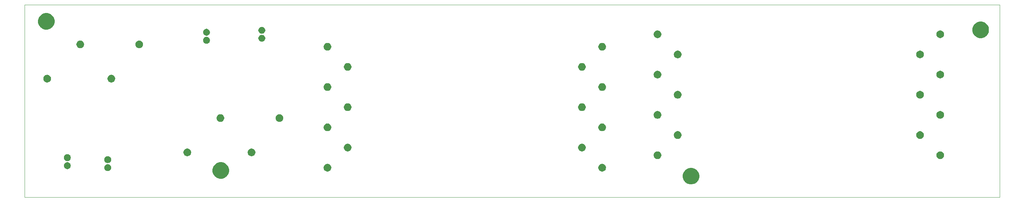
<source format=gbs>
G04 #@! TF.GenerationSoftware,KiCad,Pcbnew,(5.1.2)-2*
G04 #@! TF.CreationDate,2019-07-29T12:19:19-07:00*
G04 #@! TF.ProjectId,Pixel Connector Test Board,50697865-6c20-4436-9f6e-6e6563746f72,rev?*
G04 #@! TF.SameCoordinates,Original*
G04 #@! TF.FileFunction,Soldermask,Bot*
G04 #@! TF.FilePolarity,Negative*
%FSLAX46Y46*%
G04 Gerber Fmt 4.6, Leading zero omitted, Abs format (unit mm)*
G04 Created by KiCad (PCBNEW (5.1.2)-2) date 2019-07-29 12:19:19*
%MOMM*%
%LPD*%
G04 APERTURE LIST*
%ADD10C,0.050000*%
%ADD11C,0.100000*%
G04 APERTURE END LIST*
D10*
X253500000Y-59800000D02*
X227500000Y-59800000D01*
X54200000Y-59800000D02*
X227500000Y-59800000D01*
X253500000Y-12100000D02*
X253500000Y-59800000D01*
X54700000Y-12100000D02*
X253500000Y-12100000D01*
X12100000Y-36900000D02*
X12100000Y-59800000D01*
X12100000Y-12100000D02*
X54700000Y-12100000D01*
X12100000Y-59800000D02*
X54200000Y-59800000D01*
X12100000Y-12100000D02*
X12100000Y-36900000D01*
D11*
G36*
X177698254Y-52627818D02*
G01*
X178059365Y-52777395D01*
X178071513Y-52782427D01*
X178323001Y-52950466D01*
X178407436Y-53006884D01*
X178693116Y-53292564D01*
X178917574Y-53628489D01*
X179072182Y-54001746D01*
X179151000Y-54397993D01*
X179151000Y-54802007D01*
X179072182Y-55198254D01*
X178917574Y-55571511D01*
X178917573Y-55571513D01*
X178693116Y-55907436D01*
X178407436Y-56193116D01*
X178071513Y-56417573D01*
X178071512Y-56417574D01*
X178071511Y-56417574D01*
X177698254Y-56572182D01*
X177302007Y-56651000D01*
X176897993Y-56651000D01*
X176501746Y-56572182D01*
X176128489Y-56417574D01*
X176128488Y-56417574D01*
X176128487Y-56417573D01*
X175792564Y-56193116D01*
X175506884Y-55907436D01*
X175282427Y-55571513D01*
X175282426Y-55571511D01*
X175127818Y-55198254D01*
X175049000Y-54802007D01*
X175049000Y-54397993D01*
X175127818Y-54001746D01*
X175282426Y-53628489D01*
X175506884Y-53292564D01*
X175792564Y-53006884D01*
X175876999Y-52950466D01*
X176128487Y-52782427D01*
X176140635Y-52777395D01*
X176501746Y-52627818D01*
X176897993Y-52549000D01*
X177302007Y-52549000D01*
X177698254Y-52627818D01*
X177698254Y-52627818D01*
G37*
G36*
X61298254Y-51227818D02*
G01*
X61671511Y-51382426D01*
X61671513Y-51382427D01*
X62007436Y-51606884D01*
X62293116Y-51892564D01*
X62513643Y-52222605D01*
X62517574Y-52228489D01*
X62672182Y-52601746D01*
X62751000Y-52997993D01*
X62751000Y-53402007D01*
X62672182Y-53798254D01*
X62587893Y-54001745D01*
X62517573Y-54171513D01*
X62293116Y-54507436D01*
X62007436Y-54793116D01*
X61671513Y-55017573D01*
X61671512Y-55017574D01*
X61671511Y-55017574D01*
X61298254Y-55172182D01*
X60902007Y-55251000D01*
X60497993Y-55251000D01*
X60101746Y-55172182D01*
X59728489Y-55017574D01*
X59728488Y-55017574D01*
X59728487Y-55017573D01*
X59392564Y-54793116D01*
X59106884Y-54507436D01*
X58882427Y-54171513D01*
X58812107Y-54001745D01*
X58727818Y-53798254D01*
X58649000Y-53402007D01*
X58649000Y-52997993D01*
X58727818Y-52601746D01*
X58882426Y-52228489D01*
X58886358Y-52222605D01*
X59106884Y-51892564D01*
X59392564Y-51606884D01*
X59728487Y-51382427D01*
X59728489Y-51382426D01*
X60101746Y-51227818D01*
X60497993Y-51149000D01*
X60902007Y-51149000D01*
X61298254Y-51227818D01*
X61298254Y-51227818D01*
G37*
G36*
X155377395Y-51585546D02*
G01*
X155550466Y-51657234D01*
X155550467Y-51657235D01*
X155706227Y-51761310D01*
X155838690Y-51893773D01*
X155881284Y-51957520D01*
X155942766Y-52049534D01*
X156014454Y-52222605D01*
X156051000Y-52406333D01*
X156051000Y-52593667D01*
X156014454Y-52777395D01*
X155942766Y-52950466D01*
X155942765Y-52950467D01*
X155838690Y-53106227D01*
X155706227Y-53238690D01*
X155683092Y-53254148D01*
X155550466Y-53342766D01*
X155377395Y-53414454D01*
X155193667Y-53451000D01*
X155006333Y-53451000D01*
X154822605Y-53414454D01*
X154649534Y-53342766D01*
X154516908Y-53254148D01*
X154493773Y-53238690D01*
X154361310Y-53106227D01*
X154257235Y-52950467D01*
X154257234Y-52950466D01*
X154185546Y-52777395D01*
X154149000Y-52593667D01*
X154149000Y-52406333D01*
X154185546Y-52222605D01*
X154257234Y-52049534D01*
X154318716Y-51957520D01*
X154361310Y-51893773D01*
X154493773Y-51761310D01*
X154649533Y-51657235D01*
X154649534Y-51657234D01*
X154822605Y-51585546D01*
X155006333Y-51549000D01*
X155193667Y-51549000D01*
X155377395Y-51585546D01*
X155377395Y-51585546D01*
G37*
G36*
X87377395Y-51585546D02*
G01*
X87550466Y-51657234D01*
X87550467Y-51657235D01*
X87706227Y-51761310D01*
X87838690Y-51893773D01*
X87881284Y-51957520D01*
X87942766Y-52049534D01*
X88014454Y-52222605D01*
X88051000Y-52406333D01*
X88051000Y-52593667D01*
X88014454Y-52777395D01*
X87942766Y-52950466D01*
X87942765Y-52950467D01*
X87838690Y-53106227D01*
X87706227Y-53238690D01*
X87683092Y-53254148D01*
X87550466Y-53342766D01*
X87377395Y-53414454D01*
X87193667Y-53451000D01*
X87006333Y-53451000D01*
X86822605Y-53414454D01*
X86649534Y-53342766D01*
X86516908Y-53254148D01*
X86493773Y-53238690D01*
X86361310Y-53106227D01*
X86257235Y-52950467D01*
X86257234Y-52950466D01*
X86185546Y-52777395D01*
X86149000Y-52593667D01*
X86149000Y-52406333D01*
X86185546Y-52222605D01*
X86257234Y-52049534D01*
X86318716Y-51957520D01*
X86361310Y-51893773D01*
X86493773Y-51761310D01*
X86649533Y-51657235D01*
X86649534Y-51657234D01*
X86822605Y-51585546D01*
X87006333Y-51549000D01*
X87193667Y-51549000D01*
X87377395Y-51585546D01*
X87377395Y-51585546D01*
G37*
G36*
X32948228Y-51681703D02*
G01*
X33103100Y-51745853D01*
X33242481Y-51838985D01*
X33361015Y-51957519D01*
X33454147Y-52096900D01*
X33518297Y-52251772D01*
X33551000Y-52416184D01*
X33551000Y-52583816D01*
X33518297Y-52748228D01*
X33454147Y-52903100D01*
X33361015Y-53042481D01*
X33242481Y-53161015D01*
X33103100Y-53254147D01*
X32948228Y-53318297D01*
X32783816Y-53351000D01*
X32616184Y-53351000D01*
X32451772Y-53318297D01*
X32296900Y-53254147D01*
X32157519Y-53161015D01*
X32038985Y-53042481D01*
X31945853Y-52903100D01*
X31881703Y-52748228D01*
X31849000Y-52583816D01*
X31849000Y-52416184D01*
X31881703Y-52251772D01*
X31945853Y-52096900D01*
X32038985Y-51957519D01*
X32157519Y-51838985D01*
X32296900Y-51745853D01*
X32451772Y-51681703D01*
X32616184Y-51649000D01*
X32783816Y-51649000D01*
X32948228Y-51681703D01*
X32948228Y-51681703D01*
G37*
G36*
X22948228Y-51181703D02*
G01*
X23103100Y-51245853D01*
X23242481Y-51338985D01*
X23361015Y-51457519D01*
X23454147Y-51596900D01*
X23518297Y-51751772D01*
X23551000Y-51916184D01*
X23551000Y-52083816D01*
X23518297Y-52248228D01*
X23454147Y-52403100D01*
X23361015Y-52542481D01*
X23242481Y-52661015D01*
X23103100Y-52754147D01*
X22948228Y-52818297D01*
X22783816Y-52851000D01*
X22616184Y-52851000D01*
X22451772Y-52818297D01*
X22296900Y-52754147D01*
X22157519Y-52661015D01*
X22038985Y-52542481D01*
X21945853Y-52403100D01*
X21881703Y-52248228D01*
X21849000Y-52083816D01*
X21849000Y-51916184D01*
X21881703Y-51751772D01*
X21945853Y-51596900D01*
X22038985Y-51457519D01*
X22157519Y-51338985D01*
X22296900Y-51245853D01*
X22451772Y-51181703D01*
X22616184Y-51149000D01*
X22783816Y-51149000D01*
X22948228Y-51181703D01*
X22948228Y-51181703D01*
G37*
G36*
X32948228Y-49681703D02*
G01*
X33103100Y-49745853D01*
X33242481Y-49838985D01*
X33361015Y-49957519D01*
X33454147Y-50096900D01*
X33518297Y-50251772D01*
X33551000Y-50416184D01*
X33551000Y-50583816D01*
X33518297Y-50748228D01*
X33454147Y-50903100D01*
X33361015Y-51042481D01*
X33242481Y-51161015D01*
X33103100Y-51254147D01*
X32948228Y-51318297D01*
X32783816Y-51351000D01*
X32616184Y-51351000D01*
X32451772Y-51318297D01*
X32296900Y-51254147D01*
X32157519Y-51161015D01*
X32038985Y-51042481D01*
X31945853Y-50903100D01*
X31881703Y-50748228D01*
X31849000Y-50583816D01*
X31849000Y-50416184D01*
X31881703Y-50251772D01*
X31945853Y-50096900D01*
X32038985Y-49957519D01*
X32157519Y-49838985D01*
X32296900Y-49745853D01*
X32451772Y-49681703D01*
X32616184Y-49649000D01*
X32783816Y-49649000D01*
X32948228Y-49681703D01*
X32948228Y-49681703D01*
G37*
G36*
X22948228Y-49181703D02*
G01*
X23103100Y-49245853D01*
X23242481Y-49338985D01*
X23361015Y-49457519D01*
X23454147Y-49596900D01*
X23518297Y-49751772D01*
X23551000Y-49916184D01*
X23551000Y-50083816D01*
X23518297Y-50248228D01*
X23454147Y-50403100D01*
X23361015Y-50542481D01*
X23242481Y-50661015D01*
X23103100Y-50754147D01*
X22948228Y-50818297D01*
X22783816Y-50851000D01*
X22616184Y-50851000D01*
X22451772Y-50818297D01*
X22296900Y-50754147D01*
X22157519Y-50661015D01*
X22038985Y-50542481D01*
X21945853Y-50403100D01*
X21881703Y-50248228D01*
X21849000Y-50083816D01*
X21849000Y-49916184D01*
X21881703Y-49751772D01*
X21945853Y-49596900D01*
X22038985Y-49457519D01*
X22157519Y-49338985D01*
X22296900Y-49245853D01*
X22451772Y-49181703D01*
X22616184Y-49149000D01*
X22783816Y-49149000D01*
X22948228Y-49181703D01*
X22948228Y-49181703D01*
G37*
G36*
X169077395Y-48485546D02*
G01*
X169250466Y-48557234D01*
X169250467Y-48557235D01*
X169406227Y-48661310D01*
X169538690Y-48793773D01*
X169538691Y-48793775D01*
X169642766Y-48949534D01*
X169714454Y-49122605D01*
X169751000Y-49306333D01*
X169751000Y-49493667D01*
X169714454Y-49677395D01*
X169642766Y-49850466D01*
X169642765Y-49850467D01*
X169538690Y-50006227D01*
X169406227Y-50138690D01*
X169327818Y-50191081D01*
X169250466Y-50242766D01*
X169077395Y-50314454D01*
X168893667Y-50351000D01*
X168706333Y-50351000D01*
X168522605Y-50314454D01*
X168349534Y-50242766D01*
X168272182Y-50191081D01*
X168193773Y-50138690D01*
X168061310Y-50006227D01*
X167957235Y-49850467D01*
X167957234Y-49850466D01*
X167885546Y-49677395D01*
X167849000Y-49493667D01*
X167849000Y-49306333D01*
X167885546Y-49122605D01*
X167957234Y-48949534D01*
X168061309Y-48793775D01*
X168061310Y-48793773D01*
X168193773Y-48661310D01*
X168349533Y-48557235D01*
X168349534Y-48557234D01*
X168522605Y-48485546D01*
X168706333Y-48449000D01*
X168893667Y-48449000D01*
X169077395Y-48485546D01*
X169077395Y-48485546D01*
G37*
G36*
X239077395Y-48485546D02*
G01*
X239250466Y-48557234D01*
X239250467Y-48557235D01*
X239406227Y-48661310D01*
X239538690Y-48793773D01*
X239538691Y-48793775D01*
X239642766Y-48949534D01*
X239714454Y-49122605D01*
X239751000Y-49306333D01*
X239751000Y-49493667D01*
X239714454Y-49677395D01*
X239642766Y-49850466D01*
X239642765Y-49850467D01*
X239538690Y-50006227D01*
X239406227Y-50138690D01*
X239327818Y-50191081D01*
X239250466Y-50242766D01*
X239077395Y-50314454D01*
X238893667Y-50351000D01*
X238706333Y-50351000D01*
X238522605Y-50314454D01*
X238349534Y-50242766D01*
X238272182Y-50191081D01*
X238193773Y-50138690D01*
X238061310Y-50006227D01*
X237957235Y-49850467D01*
X237957234Y-49850466D01*
X237885546Y-49677395D01*
X237849000Y-49493667D01*
X237849000Y-49306333D01*
X237885546Y-49122605D01*
X237957234Y-48949534D01*
X238061309Y-48793775D01*
X238061310Y-48793773D01*
X238193773Y-48661310D01*
X238349533Y-48557235D01*
X238349534Y-48557234D01*
X238522605Y-48485546D01*
X238706333Y-48449000D01*
X238893667Y-48449000D01*
X239077395Y-48485546D01*
X239077395Y-48485546D01*
G37*
G36*
X52677395Y-47785546D02*
G01*
X52850466Y-47857234D01*
X52850467Y-47857235D01*
X53006227Y-47961310D01*
X53138690Y-48093773D01*
X53138691Y-48093775D01*
X53242766Y-48249534D01*
X53314454Y-48422605D01*
X53351000Y-48606333D01*
X53351000Y-48793667D01*
X53314454Y-48977395D01*
X53242766Y-49150466D01*
X53242765Y-49150467D01*
X53138690Y-49306227D01*
X53006227Y-49438690D01*
X52927818Y-49491081D01*
X52850466Y-49542766D01*
X52677395Y-49614454D01*
X52493667Y-49651000D01*
X52306333Y-49651000D01*
X52122605Y-49614454D01*
X51949534Y-49542766D01*
X51872182Y-49491081D01*
X51793773Y-49438690D01*
X51661310Y-49306227D01*
X51557235Y-49150467D01*
X51557234Y-49150466D01*
X51485546Y-48977395D01*
X51449000Y-48793667D01*
X51449000Y-48606333D01*
X51485546Y-48422605D01*
X51557234Y-48249534D01*
X51661309Y-48093775D01*
X51661310Y-48093773D01*
X51793773Y-47961310D01*
X51949533Y-47857235D01*
X51949534Y-47857234D01*
X52122605Y-47785546D01*
X52306333Y-47749000D01*
X52493667Y-47749000D01*
X52677395Y-47785546D01*
X52677395Y-47785546D01*
G37*
G36*
X68577395Y-47785546D02*
G01*
X68750466Y-47857234D01*
X68750467Y-47857235D01*
X68906227Y-47961310D01*
X69038690Y-48093773D01*
X69038691Y-48093775D01*
X69142766Y-48249534D01*
X69214454Y-48422605D01*
X69251000Y-48606333D01*
X69251000Y-48793667D01*
X69214454Y-48977395D01*
X69142766Y-49150466D01*
X69142765Y-49150467D01*
X69038690Y-49306227D01*
X68906227Y-49438690D01*
X68827818Y-49491081D01*
X68750466Y-49542766D01*
X68577395Y-49614454D01*
X68393667Y-49651000D01*
X68206333Y-49651000D01*
X68022605Y-49614454D01*
X67849534Y-49542766D01*
X67772182Y-49491081D01*
X67693773Y-49438690D01*
X67561310Y-49306227D01*
X67457235Y-49150467D01*
X67457234Y-49150466D01*
X67385546Y-48977395D01*
X67349000Y-48793667D01*
X67349000Y-48606333D01*
X67385546Y-48422605D01*
X67457234Y-48249534D01*
X67561309Y-48093775D01*
X67561310Y-48093773D01*
X67693773Y-47961310D01*
X67849533Y-47857235D01*
X67849534Y-47857234D01*
X68022605Y-47785546D01*
X68206333Y-47749000D01*
X68393667Y-47749000D01*
X68577395Y-47785546D01*
X68577395Y-47785546D01*
G37*
G36*
X92377395Y-46585546D02*
G01*
X92550466Y-46657234D01*
X92550467Y-46657235D01*
X92706227Y-46761310D01*
X92838690Y-46893773D01*
X92838691Y-46893775D01*
X92942766Y-47049534D01*
X93014454Y-47222605D01*
X93051000Y-47406333D01*
X93051000Y-47593667D01*
X93014454Y-47777395D01*
X92942766Y-47950466D01*
X92942765Y-47950467D01*
X92838690Y-48106227D01*
X92706227Y-48238690D01*
X92627818Y-48291081D01*
X92550466Y-48342766D01*
X92377395Y-48414454D01*
X92193667Y-48451000D01*
X92006333Y-48451000D01*
X91822605Y-48414454D01*
X91649534Y-48342766D01*
X91572182Y-48291081D01*
X91493773Y-48238690D01*
X91361310Y-48106227D01*
X91257235Y-47950467D01*
X91257234Y-47950466D01*
X91185546Y-47777395D01*
X91149000Y-47593667D01*
X91149000Y-47406333D01*
X91185546Y-47222605D01*
X91257234Y-47049534D01*
X91361309Y-46893775D01*
X91361310Y-46893773D01*
X91493773Y-46761310D01*
X91649533Y-46657235D01*
X91649534Y-46657234D01*
X91822605Y-46585546D01*
X92006333Y-46549000D01*
X92193667Y-46549000D01*
X92377395Y-46585546D01*
X92377395Y-46585546D01*
G37*
G36*
X150377395Y-46585546D02*
G01*
X150550466Y-46657234D01*
X150550467Y-46657235D01*
X150706227Y-46761310D01*
X150838690Y-46893773D01*
X150838691Y-46893775D01*
X150942766Y-47049534D01*
X151014454Y-47222605D01*
X151051000Y-47406333D01*
X151051000Y-47593667D01*
X151014454Y-47777395D01*
X150942766Y-47950466D01*
X150942765Y-47950467D01*
X150838690Y-48106227D01*
X150706227Y-48238690D01*
X150627818Y-48291081D01*
X150550466Y-48342766D01*
X150377395Y-48414454D01*
X150193667Y-48451000D01*
X150006333Y-48451000D01*
X149822605Y-48414454D01*
X149649534Y-48342766D01*
X149572182Y-48291081D01*
X149493773Y-48238690D01*
X149361310Y-48106227D01*
X149257235Y-47950467D01*
X149257234Y-47950466D01*
X149185546Y-47777395D01*
X149149000Y-47593667D01*
X149149000Y-47406333D01*
X149185546Y-47222605D01*
X149257234Y-47049534D01*
X149361309Y-46893775D01*
X149361310Y-46893773D01*
X149493773Y-46761310D01*
X149649533Y-46657235D01*
X149649534Y-46657234D01*
X149822605Y-46585546D01*
X150006333Y-46549000D01*
X150193667Y-46549000D01*
X150377395Y-46585546D01*
X150377395Y-46585546D01*
G37*
G36*
X234077395Y-43485546D02*
G01*
X234250466Y-43557234D01*
X234250467Y-43557235D01*
X234406227Y-43661310D01*
X234538690Y-43793773D01*
X234538691Y-43793775D01*
X234642766Y-43949534D01*
X234714454Y-44122605D01*
X234751000Y-44306333D01*
X234751000Y-44493667D01*
X234714454Y-44677395D01*
X234642766Y-44850466D01*
X234642765Y-44850467D01*
X234538690Y-45006227D01*
X234406227Y-45138690D01*
X234327818Y-45191081D01*
X234250466Y-45242766D01*
X234077395Y-45314454D01*
X233893667Y-45351000D01*
X233706333Y-45351000D01*
X233522605Y-45314454D01*
X233349534Y-45242766D01*
X233272182Y-45191081D01*
X233193773Y-45138690D01*
X233061310Y-45006227D01*
X232957235Y-44850467D01*
X232957234Y-44850466D01*
X232885546Y-44677395D01*
X232849000Y-44493667D01*
X232849000Y-44306333D01*
X232885546Y-44122605D01*
X232957234Y-43949534D01*
X233061309Y-43793775D01*
X233061310Y-43793773D01*
X233193773Y-43661310D01*
X233349533Y-43557235D01*
X233349534Y-43557234D01*
X233522605Y-43485546D01*
X233706333Y-43449000D01*
X233893667Y-43449000D01*
X234077395Y-43485546D01*
X234077395Y-43485546D01*
G37*
G36*
X174077395Y-43485546D02*
G01*
X174250466Y-43557234D01*
X174250467Y-43557235D01*
X174406227Y-43661310D01*
X174538690Y-43793773D01*
X174538691Y-43793775D01*
X174642766Y-43949534D01*
X174714454Y-44122605D01*
X174751000Y-44306333D01*
X174751000Y-44493667D01*
X174714454Y-44677395D01*
X174642766Y-44850466D01*
X174642765Y-44850467D01*
X174538690Y-45006227D01*
X174406227Y-45138690D01*
X174327818Y-45191081D01*
X174250466Y-45242766D01*
X174077395Y-45314454D01*
X173893667Y-45351000D01*
X173706333Y-45351000D01*
X173522605Y-45314454D01*
X173349534Y-45242766D01*
X173272182Y-45191081D01*
X173193773Y-45138690D01*
X173061310Y-45006227D01*
X172957235Y-44850467D01*
X172957234Y-44850466D01*
X172885546Y-44677395D01*
X172849000Y-44493667D01*
X172849000Y-44306333D01*
X172885546Y-44122605D01*
X172957234Y-43949534D01*
X173061309Y-43793775D01*
X173061310Y-43793773D01*
X173193773Y-43661310D01*
X173349533Y-43557235D01*
X173349534Y-43557234D01*
X173522605Y-43485546D01*
X173706333Y-43449000D01*
X173893667Y-43449000D01*
X174077395Y-43485546D01*
X174077395Y-43485546D01*
G37*
G36*
X155377395Y-41585546D02*
G01*
X155550466Y-41657234D01*
X155550467Y-41657235D01*
X155706227Y-41761310D01*
X155838690Y-41893773D01*
X155838691Y-41893775D01*
X155942766Y-42049534D01*
X156014454Y-42222605D01*
X156051000Y-42406333D01*
X156051000Y-42593667D01*
X156014454Y-42777395D01*
X155942766Y-42950466D01*
X155942765Y-42950467D01*
X155838690Y-43106227D01*
X155706227Y-43238690D01*
X155627818Y-43291081D01*
X155550466Y-43342766D01*
X155377395Y-43414454D01*
X155193667Y-43451000D01*
X155006333Y-43451000D01*
X154822605Y-43414454D01*
X154649534Y-43342766D01*
X154572182Y-43291081D01*
X154493773Y-43238690D01*
X154361310Y-43106227D01*
X154257235Y-42950467D01*
X154257234Y-42950466D01*
X154185546Y-42777395D01*
X154149000Y-42593667D01*
X154149000Y-42406333D01*
X154185546Y-42222605D01*
X154257234Y-42049534D01*
X154361309Y-41893775D01*
X154361310Y-41893773D01*
X154493773Y-41761310D01*
X154649533Y-41657235D01*
X154649534Y-41657234D01*
X154822605Y-41585546D01*
X155006333Y-41549000D01*
X155193667Y-41549000D01*
X155377395Y-41585546D01*
X155377395Y-41585546D01*
G37*
G36*
X87377395Y-41585546D02*
G01*
X87550466Y-41657234D01*
X87550467Y-41657235D01*
X87706227Y-41761310D01*
X87838690Y-41893773D01*
X87838691Y-41893775D01*
X87942766Y-42049534D01*
X88014454Y-42222605D01*
X88051000Y-42406333D01*
X88051000Y-42593667D01*
X88014454Y-42777395D01*
X87942766Y-42950466D01*
X87942765Y-42950467D01*
X87838690Y-43106227D01*
X87706227Y-43238690D01*
X87627818Y-43291081D01*
X87550466Y-43342766D01*
X87377395Y-43414454D01*
X87193667Y-43451000D01*
X87006333Y-43451000D01*
X86822605Y-43414454D01*
X86649534Y-43342766D01*
X86572182Y-43291081D01*
X86493773Y-43238690D01*
X86361310Y-43106227D01*
X86257235Y-42950467D01*
X86257234Y-42950466D01*
X86185546Y-42777395D01*
X86149000Y-42593667D01*
X86149000Y-42406333D01*
X86185546Y-42222605D01*
X86257234Y-42049534D01*
X86361309Y-41893775D01*
X86361310Y-41893773D01*
X86493773Y-41761310D01*
X86649533Y-41657235D01*
X86649534Y-41657234D01*
X86822605Y-41585546D01*
X87006333Y-41549000D01*
X87193667Y-41549000D01*
X87377395Y-41585546D01*
X87377395Y-41585546D01*
G37*
G36*
X60877395Y-39285546D02*
G01*
X61050466Y-39357234D01*
X61050467Y-39357235D01*
X61206227Y-39461310D01*
X61338690Y-39593773D01*
X61338691Y-39593775D01*
X61442766Y-39749534D01*
X61514454Y-39922605D01*
X61551000Y-40106333D01*
X61551000Y-40293667D01*
X61514454Y-40477395D01*
X61442766Y-40650466D01*
X61442765Y-40650467D01*
X61338690Y-40806227D01*
X61206227Y-40938690D01*
X61127818Y-40991081D01*
X61050466Y-41042766D01*
X60877395Y-41114454D01*
X60693667Y-41151000D01*
X60506333Y-41151000D01*
X60322605Y-41114454D01*
X60149534Y-41042766D01*
X60072182Y-40991081D01*
X59993773Y-40938690D01*
X59861310Y-40806227D01*
X59757235Y-40650467D01*
X59757234Y-40650466D01*
X59685546Y-40477395D01*
X59649000Y-40293667D01*
X59649000Y-40106333D01*
X59685546Y-39922605D01*
X59757234Y-39749534D01*
X59861309Y-39593775D01*
X59861310Y-39593773D01*
X59993773Y-39461310D01*
X60149533Y-39357235D01*
X60149534Y-39357234D01*
X60322605Y-39285546D01*
X60506333Y-39249000D01*
X60693667Y-39249000D01*
X60877395Y-39285546D01*
X60877395Y-39285546D01*
G37*
G36*
X75477395Y-39285546D02*
G01*
X75650466Y-39357234D01*
X75650467Y-39357235D01*
X75806227Y-39461310D01*
X75938690Y-39593773D01*
X75938691Y-39593775D01*
X76042766Y-39749534D01*
X76114454Y-39922605D01*
X76151000Y-40106333D01*
X76151000Y-40293667D01*
X76114454Y-40477395D01*
X76042766Y-40650466D01*
X76042765Y-40650467D01*
X75938690Y-40806227D01*
X75806227Y-40938690D01*
X75727818Y-40991081D01*
X75650466Y-41042766D01*
X75477395Y-41114454D01*
X75293667Y-41151000D01*
X75106333Y-41151000D01*
X74922605Y-41114454D01*
X74749534Y-41042766D01*
X74672182Y-40991081D01*
X74593773Y-40938690D01*
X74461310Y-40806227D01*
X74357235Y-40650467D01*
X74357234Y-40650466D01*
X74285546Y-40477395D01*
X74249000Y-40293667D01*
X74249000Y-40106333D01*
X74285546Y-39922605D01*
X74357234Y-39749534D01*
X74461309Y-39593775D01*
X74461310Y-39593773D01*
X74593773Y-39461310D01*
X74749533Y-39357235D01*
X74749534Y-39357234D01*
X74922605Y-39285546D01*
X75106333Y-39249000D01*
X75293667Y-39249000D01*
X75477395Y-39285546D01*
X75477395Y-39285546D01*
G37*
G36*
X239077395Y-38485546D02*
G01*
X239250466Y-38557234D01*
X239250467Y-38557235D01*
X239406227Y-38661310D01*
X239538690Y-38793773D01*
X239538691Y-38793775D01*
X239642766Y-38949534D01*
X239714454Y-39122605D01*
X239751000Y-39306333D01*
X239751000Y-39493667D01*
X239714454Y-39677395D01*
X239642766Y-39850466D01*
X239642765Y-39850467D01*
X239538690Y-40006227D01*
X239406227Y-40138690D01*
X239327818Y-40191081D01*
X239250466Y-40242766D01*
X239077395Y-40314454D01*
X238893667Y-40351000D01*
X238706333Y-40351000D01*
X238522605Y-40314454D01*
X238349534Y-40242766D01*
X238272182Y-40191081D01*
X238193773Y-40138690D01*
X238061310Y-40006227D01*
X237957235Y-39850467D01*
X237957234Y-39850466D01*
X237885546Y-39677395D01*
X237849000Y-39493667D01*
X237849000Y-39306333D01*
X237885546Y-39122605D01*
X237957234Y-38949534D01*
X238061309Y-38793775D01*
X238061310Y-38793773D01*
X238193773Y-38661310D01*
X238349533Y-38557235D01*
X238349534Y-38557234D01*
X238522605Y-38485546D01*
X238706333Y-38449000D01*
X238893667Y-38449000D01*
X239077395Y-38485546D01*
X239077395Y-38485546D01*
G37*
G36*
X169077395Y-38485546D02*
G01*
X169250466Y-38557234D01*
X169250467Y-38557235D01*
X169406227Y-38661310D01*
X169538690Y-38793773D01*
X169538691Y-38793775D01*
X169642766Y-38949534D01*
X169714454Y-39122605D01*
X169751000Y-39306333D01*
X169751000Y-39493667D01*
X169714454Y-39677395D01*
X169642766Y-39850466D01*
X169642765Y-39850467D01*
X169538690Y-40006227D01*
X169406227Y-40138690D01*
X169327818Y-40191081D01*
X169250466Y-40242766D01*
X169077395Y-40314454D01*
X168893667Y-40351000D01*
X168706333Y-40351000D01*
X168522605Y-40314454D01*
X168349534Y-40242766D01*
X168272182Y-40191081D01*
X168193773Y-40138690D01*
X168061310Y-40006227D01*
X167957235Y-39850467D01*
X167957234Y-39850466D01*
X167885546Y-39677395D01*
X167849000Y-39493667D01*
X167849000Y-39306333D01*
X167885546Y-39122605D01*
X167957234Y-38949534D01*
X168061309Y-38793775D01*
X168061310Y-38793773D01*
X168193773Y-38661310D01*
X168349533Y-38557235D01*
X168349534Y-38557234D01*
X168522605Y-38485546D01*
X168706333Y-38449000D01*
X168893667Y-38449000D01*
X169077395Y-38485546D01*
X169077395Y-38485546D01*
G37*
G36*
X92377395Y-36585546D02*
G01*
X92550466Y-36657234D01*
X92550467Y-36657235D01*
X92706227Y-36761310D01*
X92838690Y-36893773D01*
X92838691Y-36893775D01*
X92942766Y-37049534D01*
X93014454Y-37222605D01*
X93051000Y-37406333D01*
X93051000Y-37593667D01*
X93014454Y-37777395D01*
X92942766Y-37950466D01*
X92942765Y-37950467D01*
X92838690Y-38106227D01*
X92706227Y-38238690D01*
X92627818Y-38291081D01*
X92550466Y-38342766D01*
X92377395Y-38414454D01*
X92193667Y-38451000D01*
X92006333Y-38451000D01*
X91822605Y-38414454D01*
X91649534Y-38342766D01*
X91572182Y-38291081D01*
X91493773Y-38238690D01*
X91361310Y-38106227D01*
X91257235Y-37950467D01*
X91257234Y-37950466D01*
X91185546Y-37777395D01*
X91149000Y-37593667D01*
X91149000Y-37406333D01*
X91185546Y-37222605D01*
X91257234Y-37049534D01*
X91361309Y-36893775D01*
X91361310Y-36893773D01*
X91493773Y-36761310D01*
X91649533Y-36657235D01*
X91649534Y-36657234D01*
X91822605Y-36585546D01*
X92006333Y-36549000D01*
X92193667Y-36549000D01*
X92377395Y-36585546D01*
X92377395Y-36585546D01*
G37*
G36*
X150377395Y-36585546D02*
G01*
X150550466Y-36657234D01*
X150550467Y-36657235D01*
X150706227Y-36761310D01*
X150838690Y-36893773D01*
X150838691Y-36893775D01*
X150942766Y-37049534D01*
X151014454Y-37222605D01*
X151051000Y-37406333D01*
X151051000Y-37593667D01*
X151014454Y-37777395D01*
X150942766Y-37950466D01*
X150942765Y-37950467D01*
X150838690Y-38106227D01*
X150706227Y-38238690D01*
X150627818Y-38291081D01*
X150550466Y-38342766D01*
X150377395Y-38414454D01*
X150193667Y-38451000D01*
X150006333Y-38451000D01*
X149822605Y-38414454D01*
X149649534Y-38342766D01*
X149572182Y-38291081D01*
X149493773Y-38238690D01*
X149361310Y-38106227D01*
X149257235Y-37950467D01*
X149257234Y-37950466D01*
X149185546Y-37777395D01*
X149149000Y-37593667D01*
X149149000Y-37406333D01*
X149185546Y-37222605D01*
X149257234Y-37049534D01*
X149361309Y-36893775D01*
X149361310Y-36893773D01*
X149493773Y-36761310D01*
X149649533Y-36657235D01*
X149649534Y-36657234D01*
X149822605Y-36585546D01*
X150006333Y-36549000D01*
X150193667Y-36549000D01*
X150377395Y-36585546D01*
X150377395Y-36585546D01*
G37*
G36*
X174077395Y-33485546D02*
G01*
X174250466Y-33557234D01*
X174250467Y-33557235D01*
X174406227Y-33661310D01*
X174538690Y-33793773D01*
X174538691Y-33793775D01*
X174642766Y-33949534D01*
X174714454Y-34122605D01*
X174751000Y-34306333D01*
X174751000Y-34493667D01*
X174714454Y-34677395D01*
X174642766Y-34850466D01*
X174642765Y-34850467D01*
X174538690Y-35006227D01*
X174406227Y-35138690D01*
X174327818Y-35191081D01*
X174250466Y-35242766D01*
X174077395Y-35314454D01*
X173893667Y-35351000D01*
X173706333Y-35351000D01*
X173522605Y-35314454D01*
X173349534Y-35242766D01*
X173272182Y-35191081D01*
X173193773Y-35138690D01*
X173061310Y-35006227D01*
X172957235Y-34850467D01*
X172957234Y-34850466D01*
X172885546Y-34677395D01*
X172849000Y-34493667D01*
X172849000Y-34306333D01*
X172885546Y-34122605D01*
X172957234Y-33949534D01*
X173061309Y-33793775D01*
X173061310Y-33793773D01*
X173193773Y-33661310D01*
X173349533Y-33557235D01*
X173349534Y-33557234D01*
X173522605Y-33485546D01*
X173706333Y-33449000D01*
X173893667Y-33449000D01*
X174077395Y-33485546D01*
X174077395Y-33485546D01*
G37*
G36*
X234077395Y-33485546D02*
G01*
X234250466Y-33557234D01*
X234250467Y-33557235D01*
X234406227Y-33661310D01*
X234538690Y-33793773D01*
X234538691Y-33793775D01*
X234642766Y-33949534D01*
X234714454Y-34122605D01*
X234751000Y-34306333D01*
X234751000Y-34493667D01*
X234714454Y-34677395D01*
X234642766Y-34850466D01*
X234642765Y-34850467D01*
X234538690Y-35006227D01*
X234406227Y-35138690D01*
X234327818Y-35191081D01*
X234250466Y-35242766D01*
X234077395Y-35314454D01*
X233893667Y-35351000D01*
X233706333Y-35351000D01*
X233522605Y-35314454D01*
X233349534Y-35242766D01*
X233272182Y-35191081D01*
X233193773Y-35138690D01*
X233061310Y-35006227D01*
X232957235Y-34850467D01*
X232957234Y-34850466D01*
X232885546Y-34677395D01*
X232849000Y-34493667D01*
X232849000Y-34306333D01*
X232885546Y-34122605D01*
X232957234Y-33949534D01*
X233061309Y-33793775D01*
X233061310Y-33793773D01*
X233193773Y-33661310D01*
X233349533Y-33557235D01*
X233349534Y-33557234D01*
X233522605Y-33485546D01*
X233706333Y-33449000D01*
X233893667Y-33449000D01*
X234077395Y-33485546D01*
X234077395Y-33485546D01*
G37*
G36*
X155377395Y-31585546D02*
G01*
X155550466Y-31657234D01*
X155550467Y-31657235D01*
X155706227Y-31761310D01*
X155838690Y-31893773D01*
X155838691Y-31893775D01*
X155942766Y-32049534D01*
X156014454Y-32222605D01*
X156051000Y-32406333D01*
X156051000Y-32593667D01*
X156014454Y-32777395D01*
X155942766Y-32950466D01*
X155942765Y-32950467D01*
X155838690Y-33106227D01*
X155706227Y-33238690D01*
X155627818Y-33291081D01*
X155550466Y-33342766D01*
X155377395Y-33414454D01*
X155193667Y-33451000D01*
X155006333Y-33451000D01*
X154822605Y-33414454D01*
X154649534Y-33342766D01*
X154572182Y-33291081D01*
X154493773Y-33238690D01*
X154361310Y-33106227D01*
X154257235Y-32950467D01*
X154257234Y-32950466D01*
X154185546Y-32777395D01*
X154149000Y-32593667D01*
X154149000Y-32406333D01*
X154185546Y-32222605D01*
X154257234Y-32049534D01*
X154361309Y-31893775D01*
X154361310Y-31893773D01*
X154493773Y-31761310D01*
X154649533Y-31657235D01*
X154649534Y-31657234D01*
X154822605Y-31585546D01*
X155006333Y-31549000D01*
X155193667Y-31549000D01*
X155377395Y-31585546D01*
X155377395Y-31585546D01*
G37*
G36*
X87377395Y-31585546D02*
G01*
X87550466Y-31657234D01*
X87550467Y-31657235D01*
X87706227Y-31761310D01*
X87838690Y-31893773D01*
X87838691Y-31893775D01*
X87942766Y-32049534D01*
X88014454Y-32222605D01*
X88051000Y-32406333D01*
X88051000Y-32593667D01*
X88014454Y-32777395D01*
X87942766Y-32950466D01*
X87942765Y-32950467D01*
X87838690Y-33106227D01*
X87706227Y-33238690D01*
X87627818Y-33291081D01*
X87550466Y-33342766D01*
X87377395Y-33414454D01*
X87193667Y-33451000D01*
X87006333Y-33451000D01*
X86822605Y-33414454D01*
X86649534Y-33342766D01*
X86572182Y-33291081D01*
X86493773Y-33238690D01*
X86361310Y-33106227D01*
X86257235Y-32950467D01*
X86257234Y-32950466D01*
X86185546Y-32777395D01*
X86149000Y-32593667D01*
X86149000Y-32406333D01*
X86185546Y-32222605D01*
X86257234Y-32049534D01*
X86361309Y-31893775D01*
X86361310Y-31893773D01*
X86493773Y-31761310D01*
X86649533Y-31657235D01*
X86649534Y-31657234D01*
X86822605Y-31585546D01*
X87006333Y-31549000D01*
X87193667Y-31549000D01*
X87377395Y-31585546D01*
X87377395Y-31585546D01*
G37*
G36*
X33877395Y-29485546D02*
G01*
X34050466Y-29557234D01*
X34050467Y-29557235D01*
X34206227Y-29661310D01*
X34338690Y-29793773D01*
X34391081Y-29872182D01*
X34442766Y-29949534D01*
X34514454Y-30122605D01*
X34551000Y-30306333D01*
X34551000Y-30493667D01*
X34514454Y-30677395D01*
X34442766Y-30850466D01*
X34442765Y-30850467D01*
X34338690Y-31006227D01*
X34206227Y-31138690D01*
X34127818Y-31191081D01*
X34050466Y-31242766D01*
X33877395Y-31314454D01*
X33693667Y-31351000D01*
X33506333Y-31351000D01*
X33322605Y-31314454D01*
X33149534Y-31242766D01*
X33072182Y-31191081D01*
X32993773Y-31138690D01*
X32861310Y-31006227D01*
X32757235Y-30850467D01*
X32757234Y-30850466D01*
X32685546Y-30677395D01*
X32649000Y-30493667D01*
X32649000Y-30306333D01*
X32685546Y-30122605D01*
X32757234Y-29949534D01*
X32808919Y-29872182D01*
X32861310Y-29793773D01*
X32993773Y-29661310D01*
X33149533Y-29557235D01*
X33149534Y-29557234D01*
X33322605Y-29485546D01*
X33506333Y-29449000D01*
X33693667Y-29449000D01*
X33877395Y-29485546D01*
X33877395Y-29485546D01*
G37*
G36*
X17977395Y-29485546D02*
G01*
X18150466Y-29557234D01*
X18150467Y-29557235D01*
X18306227Y-29661310D01*
X18438690Y-29793773D01*
X18491081Y-29872182D01*
X18542766Y-29949534D01*
X18614454Y-30122605D01*
X18651000Y-30306333D01*
X18651000Y-30493667D01*
X18614454Y-30677395D01*
X18542766Y-30850466D01*
X18542765Y-30850467D01*
X18438690Y-31006227D01*
X18306227Y-31138690D01*
X18227818Y-31191081D01*
X18150466Y-31242766D01*
X17977395Y-31314454D01*
X17793667Y-31351000D01*
X17606333Y-31351000D01*
X17422605Y-31314454D01*
X17249534Y-31242766D01*
X17172182Y-31191081D01*
X17093773Y-31138690D01*
X16961310Y-31006227D01*
X16857235Y-30850467D01*
X16857234Y-30850466D01*
X16785546Y-30677395D01*
X16749000Y-30493667D01*
X16749000Y-30306333D01*
X16785546Y-30122605D01*
X16857234Y-29949534D01*
X16908919Y-29872182D01*
X16961310Y-29793773D01*
X17093773Y-29661310D01*
X17249533Y-29557235D01*
X17249534Y-29557234D01*
X17422605Y-29485546D01*
X17606333Y-29449000D01*
X17793667Y-29449000D01*
X17977395Y-29485546D01*
X17977395Y-29485546D01*
G37*
G36*
X169077395Y-28485546D02*
G01*
X169250466Y-28557234D01*
X169250467Y-28557235D01*
X169406227Y-28661310D01*
X169538690Y-28793773D01*
X169538691Y-28793775D01*
X169642766Y-28949534D01*
X169714454Y-29122605D01*
X169751000Y-29306333D01*
X169751000Y-29493667D01*
X169714454Y-29677395D01*
X169642766Y-29850466D01*
X169642765Y-29850467D01*
X169538690Y-30006227D01*
X169406227Y-30138690D01*
X169327818Y-30191081D01*
X169250466Y-30242766D01*
X169077395Y-30314454D01*
X168893667Y-30351000D01*
X168706333Y-30351000D01*
X168522605Y-30314454D01*
X168349534Y-30242766D01*
X168272182Y-30191081D01*
X168193773Y-30138690D01*
X168061310Y-30006227D01*
X167957235Y-29850467D01*
X167957234Y-29850466D01*
X167885546Y-29677395D01*
X167849000Y-29493667D01*
X167849000Y-29306333D01*
X167885546Y-29122605D01*
X167957234Y-28949534D01*
X168061309Y-28793775D01*
X168061310Y-28793773D01*
X168193773Y-28661310D01*
X168349533Y-28557235D01*
X168349534Y-28557234D01*
X168522605Y-28485546D01*
X168706333Y-28449000D01*
X168893667Y-28449000D01*
X169077395Y-28485546D01*
X169077395Y-28485546D01*
G37*
G36*
X239077395Y-28485546D02*
G01*
X239250466Y-28557234D01*
X239250467Y-28557235D01*
X239406227Y-28661310D01*
X239538690Y-28793773D01*
X239538691Y-28793775D01*
X239642766Y-28949534D01*
X239714454Y-29122605D01*
X239751000Y-29306333D01*
X239751000Y-29493667D01*
X239714454Y-29677395D01*
X239642766Y-29850466D01*
X239642765Y-29850467D01*
X239538690Y-30006227D01*
X239406227Y-30138690D01*
X239327818Y-30191081D01*
X239250466Y-30242766D01*
X239077395Y-30314454D01*
X238893667Y-30351000D01*
X238706333Y-30351000D01*
X238522605Y-30314454D01*
X238349534Y-30242766D01*
X238272182Y-30191081D01*
X238193773Y-30138690D01*
X238061310Y-30006227D01*
X237957235Y-29850467D01*
X237957234Y-29850466D01*
X237885546Y-29677395D01*
X237849000Y-29493667D01*
X237849000Y-29306333D01*
X237885546Y-29122605D01*
X237957234Y-28949534D01*
X238061309Y-28793775D01*
X238061310Y-28793773D01*
X238193773Y-28661310D01*
X238349533Y-28557235D01*
X238349534Y-28557234D01*
X238522605Y-28485546D01*
X238706333Y-28449000D01*
X238893667Y-28449000D01*
X239077395Y-28485546D01*
X239077395Y-28485546D01*
G37*
G36*
X92377395Y-26585546D02*
G01*
X92550466Y-26657234D01*
X92550467Y-26657235D01*
X92706227Y-26761310D01*
X92838690Y-26893773D01*
X92838691Y-26893775D01*
X92942766Y-27049534D01*
X93014454Y-27222605D01*
X93051000Y-27406333D01*
X93051000Y-27593667D01*
X93014454Y-27777395D01*
X92942766Y-27950466D01*
X92942765Y-27950467D01*
X92838690Y-28106227D01*
X92706227Y-28238690D01*
X92627818Y-28291081D01*
X92550466Y-28342766D01*
X92377395Y-28414454D01*
X92193667Y-28451000D01*
X92006333Y-28451000D01*
X91822605Y-28414454D01*
X91649534Y-28342766D01*
X91572182Y-28291081D01*
X91493773Y-28238690D01*
X91361310Y-28106227D01*
X91257235Y-27950467D01*
X91257234Y-27950466D01*
X91185546Y-27777395D01*
X91149000Y-27593667D01*
X91149000Y-27406333D01*
X91185546Y-27222605D01*
X91257234Y-27049534D01*
X91361309Y-26893775D01*
X91361310Y-26893773D01*
X91493773Y-26761310D01*
X91649533Y-26657235D01*
X91649534Y-26657234D01*
X91822605Y-26585546D01*
X92006333Y-26549000D01*
X92193667Y-26549000D01*
X92377395Y-26585546D01*
X92377395Y-26585546D01*
G37*
G36*
X150377395Y-26585546D02*
G01*
X150550466Y-26657234D01*
X150550467Y-26657235D01*
X150706227Y-26761310D01*
X150838690Y-26893773D01*
X150838691Y-26893775D01*
X150942766Y-27049534D01*
X151014454Y-27222605D01*
X151051000Y-27406333D01*
X151051000Y-27593667D01*
X151014454Y-27777395D01*
X150942766Y-27950466D01*
X150942765Y-27950467D01*
X150838690Y-28106227D01*
X150706227Y-28238690D01*
X150627818Y-28291081D01*
X150550466Y-28342766D01*
X150377395Y-28414454D01*
X150193667Y-28451000D01*
X150006333Y-28451000D01*
X149822605Y-28414454D01*
X149649534Y-28342766D01*
X149572182Y-28291081D01*
X149493773Y-28238690D01*
X149361310Y-28106227D01*
X149257235Y-27950467D01*
X149257234Y-27950466D01*
X149185546Y-27777395D01*
X149149000Y-27593667D01*
X149149000Y-27406333D01*
X149185546Y-27222605D01*
X149257234Y-27049534D01*
X149361309Y-26893775D01*
X149361310Y-26893773D01*
X149493773Y-26761310D01*
X149649533Y-26657235D01*
X149649534Y-26657234D01*
X149822605Y-26585546D01*
X150006333Y-26549000D01*
X150193667Y-26549000D01*
X150377395Y-26585546D01*
X150377395Y-26585546D01*
G37*
G36*
X234077395Y-23485546D02*
G01*
X234250466Y-23557234D01*
X234250467Y-23557235D01*
X234406227Y-23661310D01*
X234538690Y-23793773D01*
X234538691Y-23793775D01*
X234642766Y-23949534D01*
X234714454Y-24122605D01*
X234751000Y-24306333D01*
X234751000Y-24493667D01*
X234714454Y-24677395D01*
X234642766Y-24850466D01*
X234642765Y-24850467D01*
X234538690Y-25006227D01*
X234406227Y-25138690D01*
X234327818Y-25191081D01*
X234250466Y-25242766D01*
X234077395Y-25314454D01*
X233893667Y-25351000D01*
X233706333Y-25351000D01*
X233522605Y-25314454D01*
X233349534Y-25242766D01*
X233272182Y-25191081D01*
X233193773Y-25138690D01*
X233061310Y-25006227D01*
X232957235Y-24850467D01*
X232957234Y-24850466D01*
X232885546Y-24677395D01*
X232849000Y-24493667D01*
X232849000Y-24306333D01*
X232885546Y-24122605D01*
X232957234Y-23949534D01*
X233061309Y-23793775D01*
X233061310Y-23793773D01*
X233193773Y-23661310D01*
X233349533Y-23557235D01*
X233349534Y-23557234D01*
X233522605Y-23485546D01*
X233706333Y-23449000D01*
X233893667Y-23449000D01*
X234077395Y-23485546D01*
X234077395Y-23485546D01*
G37*
G36*
X174077395Y-23485546D02*
G01*
X174250466Y-23557234D01*
X174250467Y-23557235D01*
X174406227Y-23661310D01*
X174538690Y-23793773D01*
X174538691Y-23793775D01*
X174642766Y-23949534D01*
X174714454Y-24122605D01*
X174751000Y-24306333D01*
X174751000Y-24493667D01*
X174714454Y-24677395D01*
X174642766Y-24850466D01*
X174642765Y-24850467D01*
X174538690Y-25006227D01*
X174406227Y-25138690D01*
X174327818Y-25191081D01*
X174250466Y-25242766D01*
X174077395Y-25314454D01*
X173893667Y-25351000D01*
X173706333Y-25351000D01*
X173522605Y-25314454D01*
X173349534Y-25242766D01*
X173272182Y-25191081D01*
X173193773Y-25138690D01*
X173061310Y-25006227D01*
X172957235Y-24850467D01*
X172957234Y-24850466D01*
X172885546Y-24677395D01*
X172849000Y-24493667D01*
X172849000Y-24306333D01*
X172885546Y-24122605D01*
X172957234Y-23949534D01*
X173061309Y-23793775D01*
X173061310Y-23793773D01*
X173193773Y-23661310D01*
X173349533Y-23557235D01*
X173349534Y-23557234D01*
X173522605Y-23485546D01*
X173706333Y-23449000D01*
X173893667Y-23449000D01*
X174077395Y-23485546D01*
X174077395Y-23485546D01*
G37*
G36*
X155377395Y-21585546D02*
G01*
X155550466Y-21657234D01*
X155550467Y-21657235D01*
X155706227Y-21761310D01*
X155838690Y-21893773D01*
X155838691Y-21893775D01*
X155942766Y-22049534D01*
X156014454Y-22222605D01*
X156051000Y-22406333D01*
X156051000Y-22593667D01*
X156014454Y-22777395D01*
X155942766Y-22950466D01*
X155942765Y-22950467D01*
X155838690Y-23106227D01*
X155706227Y-23238690D01*
X155627818Y-23291081D01*
X155550466Y-23342766D01*
X155377395Y-23414454D01*
X155193667Y-23451000D01*
X155006333Y-23451000D01*
X154822605Y-23414454D01*
X154649534Y-23342766D01*
X154572182Y-23291081D01*
X154493773Y-23238690D01*
X154361310Y-23106227D01*
X154257235Y-22950467D01*
X154257234Y-22950466D01*
X154185546Y-22777395D01*
X154149000Y-22593667D01*
X154149000Y-22406333D01*
X154185546Y-22222605D01*
X154257234Y-22049534D01*
X154361309Y-21893775D01*
X154361310Y-21893773D01*
X154493773Y-21761310D01*
X154649533Y-21657235D01*
X154649534Y-21657234D01*
X154822605Y-21585546D01*
X155006333Y-21549000D01*
X155193667Y-21549000D01*
X155377395Y-21585546D01*
X155377395Y-21585546D01*
G37*
G36*
X87377395Y-21585546D02*
G01*
X87550466Y-21657234D01*
X87550467Y-21657235D01*
X87706227Y-21761310D01*
X87838690Y-21893773D01*
X87838691Y-21893775D01*
X87942766Y-22049534D01*
X88014454Y-22222605D01*
X88051000Y-22406333D01*
X88051000Y-22593667D01*
X88014454Y-22777395D01*
X87942766Y-22950466D01*
X87942765Y-22950467D01*
X87838690Y-23106227D01*
X87706227Y-23238690D01*
X87627818Y-23291081D01*
X87550466Y-23342766D01*
X87377395Y-23414454D01*
X87193667Y-23451000D01*
X87006333Y-23451000D01*
X86822605Y-23414454D01*
X86649534Y-23342766D01*
X86572182Y-23291081D01*
X86493773Y-23238690D01*
X86361310Y-23106227D01*
X86257235Y-22950467D01*
X86257234Y-22950466D01*
X86185546Y-22777395D01*
X86149000Y-22593667D01*
X86149000Y-22406333D01*
X86185546Y-22222605D01*
X86257234Y-22049534D01*
X86361309Y-21893775D01*
X86361310Y-21893773D01*
X86493773Y-21761310D01*
X86649533Y-21657235D01*
X86649534Y-21657234D01*
X86822605Y-21585546D01*
X87006333Y-21549000D01*
X87193667Y-21549000D01*
X87377395Y-21585546D01*
X87377395Y-21585546D01*
G37*
G36*
X40777395Y-20985546D02*
G01*
X40950466Y-21057234D01*
X41027818Y-21108919D01*
X41106227Y-21161310D01*
X41238690Y-21293773D01*
X41238691Y-21293775D01*
X41342766Y-21449534D01*
X41414454Y-21622605D01*
X41451000Y-21806333D01*
X41451000Y-21993667D01*
X41414454Y-22177395D01*
X41342766Y-22350466D01*
X41342765Y-22350467D01*
X41238690Y-22506227D01*
X41106227Y-22638690D01*
X41027818Y-22691081D01*
X40950466Y-22742766D01*
X40777395Y-22814454D01*
X40593667Y-22851000D01*
X40406333Y-22851000D01*
X40222605Y-22814454D01*
X40049534Y-22742766D01*
X39972182Y-22691081D01*
X39893773Y-22638690D01*
X39761310Y-22506227D01*
X39657235Y-22350467D01*
X39657234Y-22350466D01*
X39585546Y-22177395D01*
X39549000Y-21993667D01*
X39549000Y-21806333D01*
X39585546Y-21622605D01*
X39657234Y-21449534D01*
X39761309Y-21293775D01*
X39761310Y-21293773D01*
X39893773Y-21161310D01*
X39972182Y-21108919D01*
X40049534Y-21057234D01*
X40222605Y-20985546D01*
X40406333Y-20949000D01*
X40593667Y-20949000D01*
X40777395Y-20985546D01*
X40777395Y-20985546D01*
G37*
G36*
X26177395Y-20985546D02*
G01*
X26350466Y-21057234D01*
X26427818Y-21108919D01*
X26506227Y-21161310D01*
X26638690Y-21293773D01*
X26638691Y-21293775D01*
X26742766Y-21449534D01*
X26814454Y-21622605D01*
X26851000Y-21806333D01*
X26851000Y-21993667D01*
X26814454Y-22177395D01*
X26742766Y-22350466D01*
X26742765Y-22350467D01*
X26638690Y-22506227D01*
X26506227Y-22638690D01*
X26427818Y-22691081D01*
X26350466Y-22742766D01*
X26177395Y-22814454D01*
X25993667Y-22851000D01*
X25806333Y-22851000D01*
X25622605Y-22814454D01*
X25449534Y-22742766D01*
X25372182Y-22691081D01*
X25293773Y-22638690D01*
X25161310Y-22506227D01*
X25057235Y-22350467D01*
X25057234Y-22350466D01*
X24985546Y-22177395D01*
X24949000Y-21993667D01*
X24949000Y-21806333D01*
X24985546Y-21622605D01*
X25057234Y-21449534D01*
X25161309Y-21293775D01*
X25161310Y-21293773D01*
X25293773Y-21161310D01*
X25372182Y-21108919D01*
X25449534Y-21057234D01*
X25622605Y-20985546D01*
X25806333Y-20949000D01*
X25993667Y-20949000D01*
X26177395Y-20985546D01*
X26177395Y-20985546D01*
G37*
G36*
X57398228Y-20081703D02*
G01*
X57553100Y-20145853D01*
X57692481Y-20238985D01*
X57811015Y-20357519D01*
X57904147Y-20496900D01*
X57968297Y-20651772D01*
X58001000Y-20816184D01*
X58001000Y-20983816D01*
X57968297Y-21148228D01*
X57904147Y-21303100D01*
X57811015Y-21442481D01*
X57692481Y-21561015D01*
X57553100Y-21654147D01*
X57398228Y-21718297D01*
X57233816Y-21751000D01*
X57066184Y-21751000D01*
X56901772Y-21718297D01*
X56746900Y-21654147D01*
X56607519Y-21561015D01*
X56488985Y-21442481D01*
X56395853Y-21303100D01*
X56331703Y-21148228D01*
X56299000Y-20983816D01*
X56299000Y-20816184D01*
X56331703Y-20651772D01*
X56395853Y-20496900D01*
X56488985Y-20357519D01*
X56607519Y-20238985D01*
X56746900Y-20145853D01*
X56901772Y-20081703D01*
X57066184Y-20049000D01*
X57233816Y-20049000D01*
X57398228Y-20081703D01*
X57398228Y-20081703D01*
G37*
G36*
X71098228Y-19581703D02*
G01*
X71253100Y-19645853D01*
X71392481Y-19738985D01*
X71511015Y-19857519D01*
X71604147Y-19996900D01*
X71668297Y-20151772D01*
X71701000Y-20316184D01*
X71701000Y-20483816D01*
X71668297Y-20648228D01*
X71604147Y-20803100D01*
X71511015Y-20942481D01*
X71392481Y-21061015D01*
X71253100Y-21154147D01*
X71098228Y-21218297D01*
X70933816Y-21251000D01*
X70766184Y-21251000D01*
X70601772Y-21218297D01*
X70446900Y-21154147D01*
X70307519Y-21061015D01*
X70188985Y-20942481D01*
X70095853Y-20803100D01*
X70031703Y-20648228D01*
X69999000Y-20483816D01*
X69999000Y-20316184D01*
X70031703Y-20151772D01*
X70095853Y-19996900D01*
X70188985Y-19857519D01*
X70307519Y-19738985D01*
X70446900Y-19645853D01*
X70601772Y-19581703D01*
X70766184Y-19549000D01*
X70933816Y-19549000D01*
X71098228Y-19581703D01*
X71098228Y-19581703D01*
G37*
G36*
X249398254Y-16327818D02*
G01*
X249771511Y-16482426D01*
X249771513Y-16482427D01*
X250107436Y-16706884D01*
X250393116Y-16992564D01*
X250617574Y-17328489D01*
X250772182Y-17701746D01*
X250851000Y-18097993D01*
X250851000Y-18502007D01*
X250772182Y-18898254D01*
X250666187Y-19154148D01*
X250617573Y-19271513D01*
X250393116Y-19607436D01*
X250107436Y-19893116D01*
X249771513Y-20117573D01*
X249771512Y-20117574D01*
X249771511Y-20117574D01*
X249398254Y-20272182D01*
X249002007Y-20351000D01*
X248597993Y-20351000D01*
X248201746Y-20272182D01*
X247828489Y-20117574D01*
X247828488Y-20117574D01*
X247828487Y-20117573D01*
X247492564Y-19893116D01*
X247206884Y-19607436D01*
X246982427Y-19271513D01*
X246933813Y-19154148D01*
X246827818Y-18898254D01*
X246749000Y-18502007D01*
X246749000Y-18097993D01*
X246827818Y-17701746D01*
X246982426Y-17328489D01*
X247206884Y-16992564D01*
X247492564Y-16706884D01*
X247828487Y-16482427D01*
X247828489Y-16482426D01*
X248201746Y-16327818D01*
X248597993Y-16249000D01*
X249002007Y-16249000D01*
X249398254Y-16327818D01*
X249398254Y-16327818D01*
G37*
G36*
X239077395Y-18485546D02*
G01*
X239250466Y-18557234D01*
X239250467Y-18557235D01*
X239406227Y-18661310D01*
X239538690Y-18793773D01*
X239538691Y-18793775D01*
X239642766Y-18949534D01*
X239714454Y-19122605D01*
X239751000Y-19306333D01*
X239751000Y-19493667D01*
X239714454Y-19677395D01*
X239642766Y-19850466D01*
X239614268Y-19893116D01*
X239538690Y-20006227D01*
X239406227Y-20138690D01*
X239386648Y-20151772D01*
X239250466Y-20242766D01*
X239077395Y-20314454D01*
X238893667Y-20351000D01*
X238706333Y-20351000D01*
X238522605Y-20314454D01*
X238349534Y-20242766D01*
X238213352Y-20151772D01*
X238193773Y-20138690D01*
X238061310Y-20006227D01*
X237985732Y-19893116D01*
X237957234Y-19850466D01*
X237885546Y-19677395D01*
X237849000Y-19493667D01*
X237849000Y-19306333D01*
X237885546Y-19122605D01*
X237957234Y-18949534D01*
X238061309Y-18793775D01*
X238061310Y-18793773D01*
X238193773Y-18661310D01*
X238349533Y-18557235D01*
X238349534Y-18557234D01*
X238522605Y-18485546D01*
X238706333Y-18449000D01*
X238893667Y-18449000D01*
X239077395Y-18485546D01*
X239077395Y-18485546D01*
G37*
G36*
X169077395Y-18485546D02*
G01*
X169250466Y-18557234D01*
X169250467Y-18557235D01*
X169406227Y-18661310D01*
X169538690Y-18793773D01*
X169538691Y-18793775D01*
X169642766Y-18949534D01*
X169714454Y-19122605D01*
X169751000Y-19306333D01*
X169751000Y-19493667D01*
X169714454Y-19677395D01*
X169642766Y-19850466D01*
X169614268Y-19893116D01*
X169538690Y-20006227D01*
X169406227Y-20138690D01*
X169386648Y-20151772D01*
X169250466Y-20242766D01*
X169077395Y-20314454D01*
X168893667Y-20351000D01*
X168706333Y-20351000D01*
X168522605Y-20314454D01*
X168349534Y-20242766D01*
X168213352Y-20151772D01*
X168193773Y-20138690D01*
X168061310Y-20006227D01*
X167985732Y-19893116D01*
X167957234Y-19850466D01*
X167885546Y-19677395D01*
X167849000Y-19493667D01*
X167849000Y-19306333D01*
X167885546Y-19122605D01*
X167957234Y-18949534D01*
X168061309Y-18793775D01*
X168061310Y-18793773D01*
X168193773Y-18661310D01*
X168349533Y-18557235D01*
X168349534Y-18557234D01*
X168522605Y-18485546D01*
X168706333Y-18449000D01*
X168893667Y-18449000D01*
X169077395Y-18485546D01*
X169077395Y-18485546D01*
G37*
G36*
X57398228Y-18081703D02*
G01*
X57553100Y-18145853D01*
X57692481Y-18238985D01*
X57811015Y-18357519D01*
X57904147Y-18496900D01*
X57968297Y-18651772D01*
X58001000Y-18816184D01*
X58001000Y-18983816D01*
X57968297Y-19148228D01*
X57904147Y-19303100D01*
X57811015Y-19442481D01*
X57692481Y-19561015D01*
X57553100Y-19654147D01*
X57398228Y-19718297D01*
X57233816Y-19751000D01*
X57066184Y-19751000D01*
X56901772Y-19718297D01*
X56746900Y-19654147D01*
X56607519Y-19561015D01*
X56488985Y-19442481D01*
X56395853Y-19303100D01*
X56331703Y-19148228D01*
X56299000Y-18983816D01*
X56299000Y-18816184D01*
X56331703Y-18651772D01*
X56395853Y-18496900D01*
X56488985Y-18357519D01*
X56607519Y-18238985D01*
X56746900Y-18145853D01*
X56901772Y-18081703D01*
X57066184Y-18049000D01*
X57233816Y-18049000D01*
X57398228Y-18081703D01*
X57398228Y-18081703D01*
G37*
G36*
X71098228Y-17581703D02*
G01*
X71253100Y-17645853D01*
X71392481Y-17738985D01*
X71511015Y-17857519D01*
X71604147Y-17996900D01*
X71668297Y-18151772D01*
X71701000Y-18316184D01*
X71701000Y-18483816D01*
X71668297Y-18648228D01*
X71604147Y-18803100D01*
X71511015Y-18942481D01*
X71392481Y-19061015D01*
X71253100Y-19154147D01*
X71098228Y-19218297D01*
X70933816Y-19251000D01*
X70766184Y-19251000D01*
X70601772Y-19218297D01*
X70446900Y-19154147D01*
X70307519Y-19061015D01*
X70188985Y-18942481D01*
X70095853Y-18803100D01*
X70031703Y-18648228D01*
X69999000Y-18483816D01*
X69999000Y-18316184D01*
X70031703Y-18151772D01*
X70095853Y-17996900D01*
X70188985Y-17857519D01*
X70307519Y-17738985D01*
X70446900Y-17645853D01*
X70601772Y-17581703D01*
X70766184Y-17549000D01*
X70933816Y-17549000D01*
X71098228Y-17581703D01*
X71098228Y-17581703D01*
G37*
G36*
X18098254Y-14227818D02*
G01*
X18471511Y-14382426D01*
X18471513Y-14382427D01*
X18807436Y-14606884D01*
X19093116Y-14892564D01*
X19317574Y-15228489D01*
X19472182Y-15601746D01*
X19551000Y-15997993D01*
X19551000Y-16402007D01*
X19472182Y-16798254D01*
X19391696Y-16992564D01*
X19317573Y-17171513D01*
X19093116Y-17507436D01*
X18807436Y-17793116D01*
X18471513Y-18017573D01*
X18471512Y-18017574D01*
X18471511Y-18017574D01*
X18098254Y-18172182D01*
X17702007Y-18251000D01*
X17297993Y-18251000D01*
X16901746Y-18172182D01*
X16528489Y-18017574D01*
X16528488Y-18017574D01*
X16528487Y-18017573D01*
X16192564Y-17793116D01*
X15906884Y-17507436D01*
X15682427Y-17171513D01*
X15608304Y-16992564D01*
X15527818Y-16798254D01*
X15449000Y-16402007D01*
X15449000Y-15997993D01*
X15527818Y-15601746D01*
X15682426Y-15228489D01*
X15906884Y-14892564D01*
X16192564Y-14606884D01*
X16528487Y-14382427D01*
X16528489Y-14382426D01*
X16901746Y-14227818D01*
X17297993Y-14149000D01*
X17702007Y-14149000D01*
X18098254Y-14227818D01*
X18098254Y-14227818D01*
G37*
M02*

</source>
